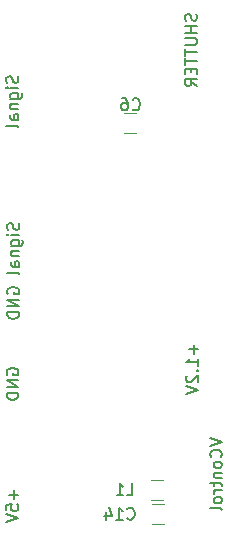
<source format=gbo>
G04 #@! TF.GenerationSoftware,KiCad,Pcbnew,(2017-06-25 revision 6a3c1720b)-makepkg*
G04 #@! TF.CreationDate,2017-08-03T12:33:03-04:00*
G04 #@! TF.ProjectId,pmt-transimpedance-amplifier_small_con,706D742D7472616E73696D706564616E,rev?*
G04 #@! TF.SameCoordinates,Original
G04 #@! TF.FileFunction,Legend,Bot*
G04 #@! TF.FilePolarity,Positive*
%FSLAX46Y46*%
G04 Gerber Fmt 4.6, Leading zero omitted, Abs format (unit mm)*
G04 Created by KiCad (PCBNEW (2017-06-25 revision 6a3c1720b)-makepkg) date 08/03/17 12:33:03*
%MOMM*%
%LPD*%
G01*
G04 APERTURE LIST*
%ADD10C,0.100000*%
%ADD11C,0.120000*%
%ADD12C,0.150000*%
G04 APERTURE END LIST*
D10*
D11*
X218045000Y-112865000D02*
X219045000Y-112865000D01*
X219045000Y-114565000D02*
X218045000Y-114565000D01*
X218095000Y-114915000D02*
X219095000Y-114915000D01*
X219095000Y-116615000D02*
X218095000Y-116615000D01*
X216775000Y-83450000D02*
X215775000Y-83450000D01*
X215775000Y-81750000D02*
X216775000Y-81750000D01*
D12*
X215966666Y-114142380D02*
X216442857Y-114142380D01*
X216442857Y-113142380D01*
X215109523Y-114142380D02*
X215680952Y-114142380D01*
X215395238Y-114142380D02*
X215395238Y-113142380D01*
X215490476Y-113285238D01*
X215585714Y-113380476D01*
X215680952Y-113428095D01*
X216012857Y-116107142D02*
X216060476Y-116154761D01*
X216203333Y-116202380D01*
X216298571Y-116202380D01*
X216441428Y-116154761D01*
X216536666Y-116059523D01*
X216584285Y-115964285D01*
X216631904Y-115773809D01*
X216631904Y-115630952D01*
X216584285Y-115440476D01*
X216536666Y-115345238D01*
X216441428Y-115250000D01*
X216298571Y-115202380D01*
X216203333Y-115202380D01*
X216060476Y-115250000D01*
X216012857Y-115297619D01*
X215060476Y-116202380D02*
X215631904Y-116202380D01*
X215346190Y-116202380D02*
X215346190Y-115202380D01*
X215441428Y-115345238D01*
X215536666Y-115440476D01*
X215631904Y-115488095D01*
X214203333Y-115535714D02*
X214203333Y-116202380D01*
X214441428Y-115154761D02*
X214679523Y-115869047D01*
X214060476Y-115869047D01*
X221864761Y-73392380D02*
X221912380Y-73535238D01*
X221912380Y-73773333D01*
X221864761Y-73868571D01*
X221817142Y-73916190D01*
X221721904Y-73963809D01*
X221626666Y-73963809D01*
X221531428Y-73916190D01*
X221483809Y-73868571D01*
X221436190Y-73773333D01*
X221388571Y-73582857D01*
X221340952Y-73487619D01*
X221293333Y-73440000D01*
X221198095Y-73392380D01*
X221102857Y-73392380D01*
X221007619Y-73440000D01*
X220960000Y-73487619D01*
X220912380Y-73582857D01*
X220912380Y-73820952D01*
X220960000Y-73963809D01*
X221912380Y-74392380D02*
X220912380Y-74392380D01*
X221388571Y-74392380D02*
X221388571Y-74963809D01*
X221912380Y-74963809D02*
X220912380Y-74963809D01*
X220912380Y-75440000D02*
X221721904Y-75440000D01*
X221817142Y-75487619D01*
X221864761Y-75535238D01*
X221912380Y-75630476D01*
X221912380Y-75820952D01*
X221864761Y-75916190D01*
X221817142Y-75963809D01*
X221721904Y-76011428D01*
X220912380Y-76011428D01*
X220912380Y-76344761D02*
X220912380Y-76916190D01*
X221912380Y-76630476D02*
X220912380Y-76630476D01*
X220912380Y-77106666D02*
X220912380Y-77678095D01*
X221912380Y-77392380D02*
X220912380Y-77392380D01*
X221388571Y-78011428D02*
X221388571Y-78344761D01*
X221912380Y-78487619D02*
X221912380Y-78011428D01*
X220912380Y-78011428D01*
X220912380Y-78487619D01*
X221912380Y-79487619D02*
X221436190Y-79154285D01*
X221912380Y-78916190D02*
X220912380Y-78916190D01*
X220912380Y-79297142D01*
X220960000Y-79392380D01*
X221007619Y-79440000D01*
X221102857Y-79487619D01*
X221245714Y-79487619D01*
X221340952Y-79440000D01*
X221388571Y-79392380D01*
X221436190Y-79297142D01*
X221436190Y-78916190D01*
X221621428Y-101400000D02*
X221621428Y-102161904D01*
X222002380Y-101780952D02*
X221240476Y-101780952D01*
X222002380Y-103161904D02*
X222002380Y-102590476D01*
X222002380Y-102876190D02*
X221002380Y-102876190D01*
X221145238Y-102780952D01*
X221240476Y-102685714D01*
X221288095Y-102590476D01*
X221907142Y-103590476D02*
X221954761Y-103638095D01*
X222002380Y-103590476D01*
X221954761Y-103542857D01*
X221907142Y-103590476D01*
X222002380Y-103590476D01*
X221097619Y-104019047D02*
X221050000Y-104066666D01*
X221002380Y-104161904D01*
X221002380Y-104400000D01*
X221050000Y-104495238D01*
X221097619Y-104542857D01*
X221192857Y-104590476D01*
X221288095Y-104590476D01*
X221430952Y-104542857D01*
X222002380Y-103971428D01*
X222002380Y-104590476D01*
X221002380Y-104876190D02*
X222002380Y-105209523D01*
X221002380Y-105542857D01*
X223012380Y-109332380D02*
X224012380Y-109665714D01*
X223012380Y-109999047D01*
X223917142Y-110903809D02*
X223964761Y-110856190D01*
X224012380Y-110713333D01*
X224012380Y-110618095D01*
X223964761Y-110475238D01*
X223869523Y-110380000D01*
X223774285Y-110332380D01*
X223583809Y-110284761D01*
X223440952Y-110284761D01*
X223250476Y-110332380D01*
X223155238Y-110380000D01*
X223060000Y-110475238D01*
X223012380Y-110618095D01*
X223012380Y-110713333D01*
X223060000Y-110856190D01*
X223107619Y-110903809D01*
X224012380Y-111475238D02*
X223964761Y-111380000D01*
X223917142Y-111332380D01*
X223821904Y-111284761D01*
X223536190Y-111284761D01*
X223440952Y-111332380D01*
X223393333Y-111380000D01*
X223345714Y-111475238D01*
X223345714Y-111618095D01*
X223393333Y-111713333D01*
X223440952Y-111760952D01*
X223536190Y-111808571D01*
X223821904Y-111808571D01*
X223917142Y-111760952D01*
X223964761Y-111713333D01*
X224012380Y-111618095D01*
X224012380Y-111475238D01*
X223345714Y-112237142D02*
X224012380Y-112237142D01*
X223440952Y-112237142D02*
X223393333Y-112284761D01*
X223345714Y-112380000D01*
X223345714Y-112522857D01*
X223393333Y-112618095D01*
X223488571Y-112665714D01*
X224012380Y-112665714D01*
X223345714Y-112999047D02*
X223345714Y-113380000D01*
X223012380Y-113141904D02*
X223869523Y-113141904D01*
X223964761Y-113189523D01*
X224012380Y-113284761D01*
X224012380Y-113380000D01*
X224012380Y-113713333D02*
X223345714Y-113713333D01*
X223536190Y-113713333D02*
X223440952Y-113760952D01*
X223393333Y-113808571D01*
X223345714Y-113903809D01*
X223345714Y-113999047D01*
X224012380Y-114475238D02*
X223964761Y-114380000D01*
X223917142Y-114332380D01*
X223821904Y-114284761D01*
X223536190Y-114284761D01*
X223440952Y-114332380D01*
X223393333Y-114380000D01*
X223345714Y-114475238D01*
X223345714Y-114618095D01*
X223393333Y-114713333D01*
X223440952Y-114760952D01*
X223536190Y-114808571D01*
X223821904Y-114808571D01*
X223917142Y-114760952D01*
X223964761Y-114713333D01*
X224012380Y-114618095D01*
X224012380Y-114475238D01*
X224012380Y-115380000D02*
X223964761Y-115284761D01*
X223869523Y-115237142D01*
X223012380Y-115237142D01*
X206391428Y-113704285D02*
X206391428Y-114466190D01*
X206772380Y-114085238D02*
X206010476Y-114085238D01*
X205772380Y-115418571D02*
X205772380Y-114942380D01*
X206248571Y-114894761D01*
X206200952Y-114942380D01*
X206153333Y-115037619D01*
X206153333Y-115275714D01*
X206200952Y-115370952D01*
X206248571Y-115418571D01*
X206343809Y-115466190D01*
X206581904Y-115466190D01*
X206677142Y-115418571D01*
X206724761Y-115370952D01*
X206772380Y-115275714D01*
X206772380Y-115037619D01*
X206724761Y-114942380D01*
X206677142Y-114894761D01*
X205772380Y-115751904D02*
X206772380Y-116085238D01*
X205772380Y-116418571D01*
X205840000Y-103948095D02*
X205792380Y-103852857D01*
X205792380Y-103710000D01*
X205840000Y-103567142D01*
X205935238Y-103471904D01*
X206030476Y-103424285D01*
X206220952Y-103376666D01*
X206363809Y-103376666D01*
X206554285Y-103424285D01*
X206649523Y-103471904D01*
X206744761Y-103567142D01*
X206792380Y-103710000D01*
X206792380Y-103805238D01*
X206744761Y-103948095D01*
X206697142Y-103995714D01*
X206363809Y-103995714D01*
X206363809Y-103805238D01*
X206792380Y-104424285D02*
X205792380Y-104424285D01*
X206792380Y-104995714D01*
X205792380Y-104995714D01*
X206792380Y-105471904D02*
X205792380Y-105471904D01*
X205792380Y-105710000D01*
X205840000Y-105852857D01*
X205935238Y-105948095D01*
X206030476Y-105995714D01*
X206220952Y-106043333D01*
X206363809Y-106043333D01*
X206554285Y-105995714D01*
X206649523Y-105948095D01*
X206744761Y-105852857D01*
X206792380Y-105710000D01*
X206792380Y-105471904D01*
X206804761Y-91092380D02*
X206852380Y-91235238D01*
X206852380Y-91473333D01*
X206804761Y-91568571D01*
X206757142Y-91616190D01*
X206661904Y-91663809D01*
X206566666Y-91663809D01*
X206471428Y-91616190D01*
X206423809Y-91568571D01*
X206376190Y-91473333D01*
X206328571Y-91282857D01*
X206280952Y-91187619D01*
X206233333Y-91140000D01*
X206138095Y-91092380D01*
X206042857Y-91092380D01*
X205947619Y-91140000D01*
X205900000Y-91187619D01*
X205852380Y-91282857D01*
X205852380Y-91520952D01*
X205900000Y-91663809D01*
X206852380Y-92092380D02*
X206185714Y-92092380D01*
X205852380Y-92092380D02*
X205900000Y-92044761D01*
X205947619Y-92092380D01*
X205900000Y-92140000D01*
X205852380Y-92092380D01*
X205947619Y-92092380D01*
X206185714Y-92997142D02*
X206995238Y-92997142D01*
X207090476Y-92949523D01*
X207138095Y-92901904D01*
X207185714Y-92806666D01*
X207185714Y-92663809D01*
X207138095Y-92568571D01*
X206804761Y-92997142D02*
X206852380Y-92901904D01*
X206852380Y-92711428D01*
X206804761Y-92616190D01*
X206757142Y-92568571D01*
X206661904Y-92520952D01*
X206376190Y-92520952D01*
X206280952Y-92568571D01*
X206233333Y-92616190D01*
X206185714Y-92711428D01*
X206185714Y-92901904D01*
X206233333Y-92997142D01*
X206185714Y-93473333D02*
X206852380Y-93473333D01*
X206280952Y-93473333D02*
X206233333Y-93520952D01*
X206185714Y-93616190D01*
X206185714Y-93759047D01*
X206233333Y-93854285D01*
X206328571Y-93901904D01*
X206852380Y-93901904D01*
X206852380Y-94806666D02*
X206328571Y-94806666D01*
X206233333Y-94759047D01*
X206185714Y-94663809D01*
X206185714Y-94473333D01*
X206233333Y-94378095D01*
X206804761Y-94806666D02*
X206852380Y-94711428D01*
X206852380Y-94473333D01*
X206804761Y-94378095D01*
X206709523Y-94330476D01*
X206614285Y-94330476D01*
X206519047Y-94378095D01*
X206471428Y-94473333D01*
X206471428Y-94711428D01*
X206423809Y-94806666D01*
X206852380Y-95425714D02*
X206804761Y-95330476D01*
X206709523Y-95282857D01*
X205852380Y-95282857D01*
X205900000Y-97092380D02*
X205852380Y-96997142D01*
X205852380Y-96854285D01*
X205900000Y-96711428D01*
X205995238Y-96616190D01*
X206090476Y-96568571D01*
X206280952Y-96520952D01*
X206423809Y-96520952D01*
X206614285Y-96568571D01*
X206709523Y-96616190D01*
X206804761Y-96711428D01*
X206852380Y-96854285D01*
X206852380Y-96949523D01*
X206804761Y-97092380D01*
X206757142Y-97140000D01*
X206423809Y-97140000D01*
X206423809Y-96949523D01*
X206852380Y-97568571D02*
X205852380Y-97568571D01*
X206852380Y-98140000D01*
X205852380Y-98140000D01*
X206852380Y-98616190D02*
X205852380Y-98616190D01*
X205852380Y-98854285D01*
X205900000Y-98997142D01*
X205995238Y-99092380D01*
X206090476Y-99140000D01*
X206280952Y-99187619D01*
X206423809Y-99187619D01*
X206614285Y-99140000D01*
X206709523Y-99092380D01*
X206804761Y-98997142D01*
X206852380Y-98854285D01*
X206852380Y-98616190D01*
X206734761Y-78647142D02*
X206782380Y-78790000D01*
X206782380Y-79028095D01*
X206734761Y-79123333D01*
X206687142Y-79170952D01*
X206591904Y-79218571D01*
X206496666Y-79218571D01*
X206401428Y-79170952D01*
X206353809Y-79123333D01*
X206306190Y-79028095D01*
X206258571Y-78837619D01*
X206210952Y-78742380D01*
X206163333Y-78694761D01*
X206068095Y-78647142D01*
X205972857Y-78647142D01*
X205877619Y-78694761D01*
X205830000Y-78742380D01*
X205782380Y-78837619D01*
X205782380Y-79075714D01*
X205830000Y-79218571D01*
X206782380Y-79647142D02*
X206115714Y-79647142D01*
X205782380Y-79647142D02*
X205830000Y-79599523D01*
X205877619Y-79647142D01*
X205830000Y-79694761D01*
X205782380Y-79647142D01*
X205877619Y-79647142D01*
X206115714Y-80551904D02*
X206925238Y-80551904D01*
X207020476Y-80504285D01*
X207068095Y-80456666D01*
X207115714Y-80361428D01*
X207115714Y-80218571D01*
X207068095Y-80123333D01*
X206734761Y-80551904D02*
X206782380Y-80456666D01*
X206782380Y-80266190D01*
X206734761Y-80170952D01*
X206687142Y-80123333D01*
X206591904Y-80075714D01*
X206306190Y-80075714D01*
X206210952Y-80123333D01*
X206163333Y-80170952D01*
X206115714Y-80266190D01*
X206115714Y-80456666D01*
X206163333Y-80551904D01*
X206115714Y-81028095D02*
X206782380Y-81028095D01*
X206210952Y-81028095D02*
X206163333Y-81075714D01*
X206115714Y-81170952D01*
X206115714Y-81313809D01*
X206163333Y-81409047D01*
X206258571Y-81456666D01*
X206782380Y-81456666D01*
X206782380Y-82361428D02*
X206258571Y-82361428D01*
X206163333Y-82313809D01*
X206115714Y-82218571D01*
X206115714Y-82028095D01*
X206163333Y-81932857D01*
X206734761Y-82361428D02*
X206782380Y-82266190D01*
X206782380Y-82028095D01*
X206734761Y-81932857D01*
X206639523Y-81885238D01*
X206544285Y-81885238D01*
X206449047Y-81932857D01*
X206401428Y-82028095D01*
X206401428Y-82266190D01*
X206353809Y-82361428D01*
X206782380Y-82980476D02*
X206734761Y-82885238D01*
X206639523Y-82837619D01*
X205782380Y-82837619D01*
X216456666Y-81447142D02*
X216504285Y-81494761D01*
X216647142Y-81542380D01*
X216742380Y-81542380D01*
X216885238Y-81494761D01*
X216980476Y-81399523D01*
X217028095Y-81304285D01*
X217075714Y-81113809D01*
X217075714Y-80970952D01*
X217028095Y-80780476D01*
X216980476Y-80685238D01*
X216885238Y-80590000D01*
X216742380Y-80542380D01*
X216647142Y-80542380D01*
X216504285Y-80590000D01*
X216456666Y-80637619D01*
X215599523Y-80542380D02*
X215790000Y-80542380D01*
X215885238Y-80590000D01*
X215932857Y-80637619D01*
X216028095Y-80780476D01*
X216075714Y-80970952D01*
X216075714Y-81351904D01*
X216028095Y-81447142D01*
X215980476Y-81494761D01*
X215885238Y-81542380D01*
X215694761Y-81542380D01*
X215599523Y-81494761D01*
X215551904Y-81447142D01*
X215504285Y-81351904D01*
X215504285Y-81113809D01*
X215551904Y-81018571D01*
X215599523Y-80970952D01*
X215694761Y-80923333D01*
X215885238Y-80923333D01*
X215980476Y-80970952D01*
X216028095Y-81018571D01*
X216075714Y-81113809D01*
M02*

</source>
